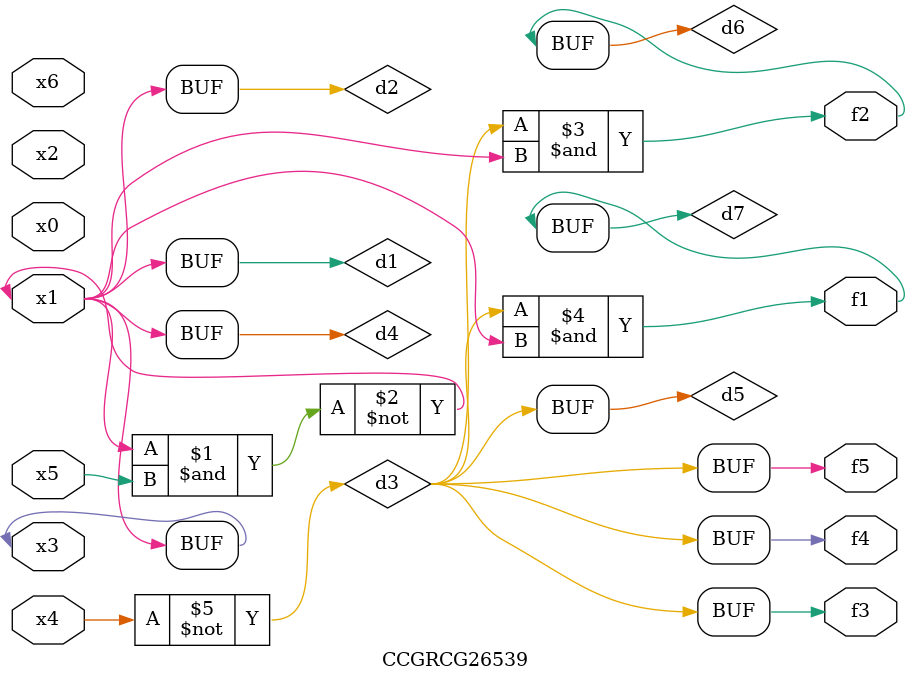
<source format=v>
module CCGRCG26539(
	input x0, x1, x2, x3, x4, x5, x6,
	output f1, f2, f3, f4, f5
);

	wire d1, d2, d3, d4, d5, d6, d7;

	buf (d1, x1, x3);
	nand (d2, x1, x5);
	not (d3, x4);
	buf (d4, d1, d2);
	buf (d5, d3);
	and (d6, d3, d4);
	and (d7, d3, d4);
	assign f1 = d7;
	assign f2 = d6;
	assign f3 = d5;
	assign f4 = d5;
	assign f5 = d5;
endmodule

</source>
